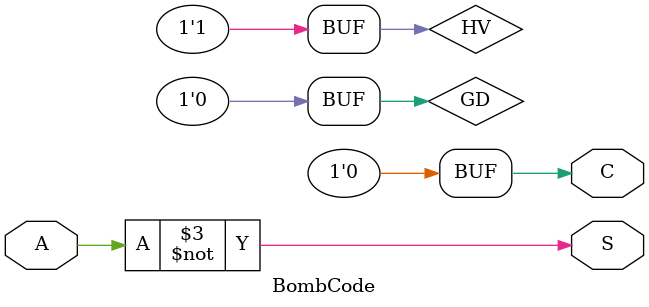
<source format=v>
module BombCode(input A,output S,C);

	wire GD = 1'b0;
	wire HV = 1'b1;
	
	xor(S,A,HV);//xor(S,A,1'b1);
	
	and(C,A,GD);//xor(C,A,1'b0);

endmodule



</source>
